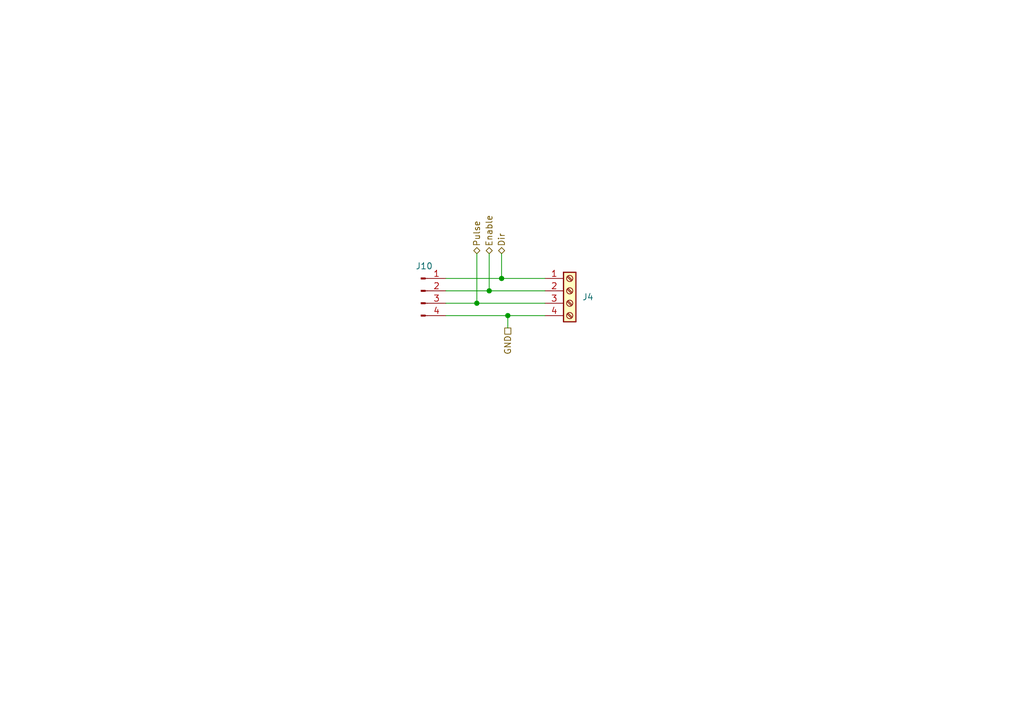
<source format=kicad_sch>
(kicad_sch (version 20231120) (generator "eeschema") (generator_version "8.0")
  (paper "A5")
  (title_block (title "Stepper connector") (date "2024-04-17") (rev "1.0"))
  (lib_symbols
    (symbol "Connector:Conn_01x04_Pin" (pin_names (offset 1.016) hide)
      (property "Reference" "J" (at 0 5.08 0))
      (property "Value" "Conn_01x04_Pin" (at 0 -7.62 0))
      (symbol "Conn_01x04_Pin_1_1"
        (polyline (pts (xy 1.27 -5.08) (xy 0.8636 -5.08)) (stroke (width 0.1524)))
        (polyline (pts (xy 1.27 -2.54) (xy 0.8636 -2.54)) (stroke (width 0.1524)))
        (polyline (pts (xy 1.27 0) (xy 0.8636 0)) (stroke (width 0.1524)))
        (polyline (pts (xy 1.27 2.54) (xy 0.8636 2.54)) (stroke (width 0.1524)))
        (rectangle (start 0.8636 -4.953) (end 0 -5.207) (stroke (width 0.1524)) (fill (type outline)))
        (rectangle (start 0.8636 -2.413) (end 0 -2.667) (stroke (width 0.1524)) (fill (type outline)))
        (rectangle (start 0.8636 0.127) (end 0 -0.127) (stroke (width 0.1524)) (fill (type outline)))
        (rectangle (start 0.8636 2.667) (end 0 2.413) (stroke (width 0.1524)) (fill (type outline)))
        (pin passive line (at 5.08 2.54 180) (length 3.81) (name "Pin_1") (number "1"))
        (pin passive line (at 5.08 0 180) (length 3.81) (name "Pin_2") (number "2"))
        (pin passive line (at 5.08 -2.54 180) (length 3.81) (name "Pin_3") (number "3"))
        (pin passive line (at 5.08 -5.08 180) (length 3.81) (name "Pin_4") (number "4"))
      )
    )
    (symbol "Connector:Screw_Terminal_01x04" (pin_names (offset 1.016) hide)
      (property "Reference" "J" (at 0 5.08 0))
      (property "Value" "Screw_Terminal_01x04" (at 0 -7.62 0))
      (symbol "Screw_Terminal_01x04_1_1"
        (rectangle (start -1.27 3.81) (end 1.27 -6.35) (stroke (width 0.254)) (fill (type background)))
        (circle (center 0 -5.08) (radius 0.635) (stroke (width 0.1524)))
        (circle (center 0 -2.54) (radius 0.635) (stroke (width 0.1524)))
        (polyline (pts (xy -0.5334 -4.7498) (xy 0.3302 -5.588)) (stroke (width 0.1524)))
        (polyline (pts (xy -0.5334 -2.2098) (xy 0.3302 -3.048)) (stroke (width 0.1524)))
        (polyline (pts (xy -0.5334 0.3302) (xy 0.3302 -0.508)) (stroke (width 0.1524)))
        (polyline (pts (xy -0.5334 2.8702) (xy 0.3302 2.032)) (stroke (width 0.1524)))
        (polyline (pts (xy -0.3556 -4.572) (xy 0.508 -5.4102)) (stroke (width 0.1524)))
        (polyline (pts (xy -0.3556 -2.032) (xy 0.508 -2.8702)) (stroke (width 0.1524)))
        (polyline (pts (xy -0.3556 0.508) (xy 0.508 -0.3302)) (stroke (width 0.1524)))
        (polyline (pts (xy -0.3556 3.048) (xy 0.508 2.2098)) (stroke (width 0.1524)))
        (circle (center 0 0) (radius 0.635) (stroke (width 0.1524)))
        (circle (center 0 2.54) (radius 0.635) (stroke (width 0.1524)))
        (pin passive line (at -5.08 2.54 0) (length 3.81) (name "Pin_1") (number "1"))
        (pin passive line (at -5.08 0 0) (length 3.81) (name "Pin_2") (number "2"))
        (pin passive line (at -5.08 -2.54 0) (length 3.81) (name "Pin_3") (number "3"))
        (pin passive line (at -5.08 -5.08 0) (length 3.81) (name "Pin_4") (number "4"))
      )
    )
  )
  (junction (at 100.33 59.69))
  (junction (at 104.14 64.77))
  (junction (at 97.79 62.23))
  (junction (at 102.87 57.15))
  (wire (pts (xy 91.44 57.15) (xy 102.87 57.15)))
  (wire (pts (xy 100.33 59.69) (xy 111.76 59.69)))
  (wire (pts (xy 102.87 52.07) (xy 102.87 57.15)))
  (wire (pts (xy 91.44 64.77) (xy 104.14 64.77)))
  (wire (pts (xy 97.79 52.07) (xy 97.79 62.23)))
  (wire (pts (xy 104.14 64.77) (xy 111.76 64.77)))
  (wire (pts (xy 104.14 64.77) (xy 104.14 67.31)))
  (wire (pts (xy 91.44 62.23) (xy 97.79 62.23)))
  (wire (pts (xy 100.33 52.07) (xy 100.33 59.69)))
  (wire (pts (xy 102.87 57.15) (xy 111.76 57.15)))
  (wire (pts (xy 97.79 62.23) (xy 111.76 62.23)))
  (wire (pts (xy 91.44 59.69) (xy 100.33 59.69)))
  (hierarchical_label "GND" (shape passive) (at 104.14 67.31 270))
  (hierarchical_label "Enable" (shape bidirectional) (at 100.33 52.07 90))
  (hierarchical_label "Dir" (shape bidirectional) (at 102.87 52.07 90))
  (hierarchical_label "Pulse" (shape bidirectional) (at 97.79 52.07 90))
  (symbol (lib_id "Connector:Conn_01x04_Pin") (at 86.36 59.69 0) (unit 1)
    (property "Reference" "J10" (at 86.995 54.61 0))
    (property "Value" "PinHeader_Control" (effects (hide yes)))
    (property "Footprint" "Connector_PinHeader_2.54mm:PinHeader_1x04_P2.54mm_Vertical" (effects (hide yes)))
    (property "Description" "Generic connector, single row, 01x04, script generated" (effects (hide yes)))
  )
  (symbol (lib_id "Connector:Screw_Terminal_01x04") (at 116.84 59.69 0) (unit 1)
    (property "Reference" "J4" (at 119.38 60.9599 0) (effects (justify left)))
    (property "Value" "Stepper" (effects (hide yes)))
    (property "Footprint" "TerminalBlock_Phoenix:TerminalBlock_Phoenix_MPT-0,5-4-2.54_1x04_P2.54mm_Horizontal" (effects (hide yes)))
    (property "Description" "Generic screw terminal, single row, 01x04, script generated (kicad-library-utils/schlib/autogen/connector/)" (effects (hide yes)))
  )
)
</source>
